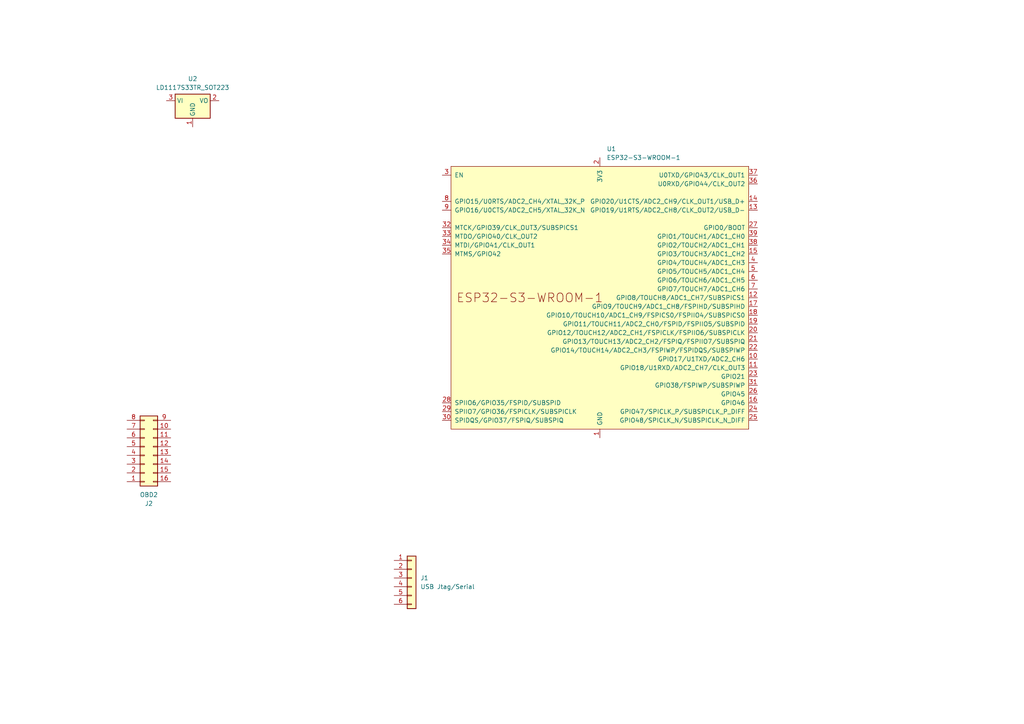
<source format=kicad_sch>
(kicad_sch (version 20230121) (generator eeschema)

  (uuid 9d13dc57-8d5a-4d96-9b60-12090c0392e8)

  (paper "A4")

  (lib_symbols
    (symbol "Connector_Generic:Conn_01x06" (pin_names (offset 1.016) hide) (in_bom yes) (on_board yes)
      (property "Reference" "J" (at 0 7.62 0)
        (effects (font (size 1.27 1.27)))
      )
      (property "Value" "Conn_01x06" (at 0 -10.16 0)
        (effects (font (size 1.27 1.27)))
      )
      (property "Footprint" "" (at 0 0 0)
        (effects (font (size 1.27 1.27)) hide)
      )
      (property "Datasheet" "~" (at 0 0 0)
        (effects (font (size 1.27 1.27)) hide)
      )
      (property "ki_keywords" "connector" (at 0 0 0)
        (effects (font (size 1.27 1.27)) hide)
      )
      (property "ki_description" "Generic connector, single row, 01x06, script generated (kicad-library-utils/schlib/autogen/connector/)" (at 0 0 0)
        (effects (font (size 1.27 1.27)) hide)
      )
      (property "ki_fp_filters" "Connector*:*_1x??_*" (at 0 0 0)
        (effects (font (size 1.27 1.27)) hide)
      )
      (symbol "Conn_01x06_1_1"
        (rectangle (start -1.27 -7.493) (end 0 -7.747)
          (stroke (width 0.1524) (type default))
          (fill (type none))
        )
        (rectangle (start -1.27 -4.953) (end 0 -5.207)
          (stroke (width 0.1524) (type default))
          (fill (type none))
        )
        (rectangle (start -1.27 -2.413) (end 0 -2.667)
          (stroke (width 0.1524) (type default))
          (fill (type none))
        )
        (rectangle (start -1.27 0.127) (end 0 -0.127)
          (stroke (width 0.1524) (type default))
          (fill (type none))
        )
        (rectangle (start -1.27 2.667) (end 0 2.413)
          (stroke (width 0.1524) (type default))
          (fill (type none))
        )
        (rectangle (start -1.27 5.207) (end 0 4.953)
          (stroke (width 0.1524) (type default))
          (fill (type none))
        )
        (rectangle (start -1.27 6.35) (end 1.27 -8.89)
          (stroke (width 0.254) (type default))
          (fill (type background))
        )
        (pin passive line (at -5.08 5.08 0) (length 3.81)
          (name "Pin_1" (effects (font (size 1.27 1.27))))
          (number "1" (effects (font (size 1.27 1.27))))
        )
        (pin passive line (at -5.08 2.54 0) (length 3.81)
          (name "Pin_2" (effects (font (size 1.27 1.27))))
          (number "2" (effects (font (size 1.27 1.27))))
        )
        (pin passive line (at -5.08 0 0) (length 3.81)
          (name "Pin_3" (effects (font (size 1.27 1.27))))
          (number "3" (effects (font (size 1.27 1.27))))
        )
        (pin passive line (at -5.08 -2.54 0) (length 3.81)
          (name "Pin_4" (effects (font (size 1.27 1.27))))
          (number "4" (effects (font (size 1.27 1.27))))
        )
        (pin passive line (at -5.08 -5.08 0) (length 3.81)
          (name "Pin_5" (effects (font (size 1.27 1.27))))
          (number "5" (effects (font (size 1.27 1.27))))
        )
        (pin passive line (at -5.08 -7.62 0) (length 3.81)
          (name "Pin_6" (effects (font (size 1.27 1.27))))
          (number "6" (effects (font (size 1.27 1.27))))
        )
      )
    )
    (symbol "Connector_Generic:Conn_02x08_Counter_Clockwise" (pin_names (offset 1.016) hide) (in_bom yes) (on_board yes)
      (property "Reference" "J" (at 1.27 10.16 0)
        (effects (font (size 1.27 1.27)))
      )
      (property "Value" "Conn_02x08_Counter_Clockwise" (at 1.27 -12.7 0)
        (effects (font (size 1.27 1.27)))
      )
      (property "Footprint" "" (at 0 0 0)
        (effects (font (size 1.27 1.27)) hide)
      )
      (property "Datasheet" "~" (at 0 0 0)
        (effects (font (size 1.27 1.27)) hide)
      )
      (property "ki_keywords" "connector" (at 0 0 0)
        (effects (font (size 1.27 1.27)) hide)
      )
      (property "ki_description" "Generic connector, double row, 02x08, counter clockwise pin numbering scheme (similar to DIP package numbering), script generated (kicad-library-utils/schlib/autogen/connector/)" (at 0 0 0)
        (effects (font (size 1.27 1.27)) hide)
      )
      (property "ki_fp_filters" "Connector*:*_2x??_*" (at 0 0 0)
        (effects (font (size 1.27 1.27)) hide)
      )
      (symbol "Conn_02x08_Counter_Clockwise_1_1"
        (rectangle (start -1.27 -10.033) (end 0 -10.287)
          (stroke (width 0.1524) (type default))
          (fill (type none))
        )
        (rectangle (start -1.27 -7.493) (end 0 -7.747)
          (stroke (width 0.1524) (type default))
          (fill (type none))
        )
        (rectangle (start -1.27 -4.953) (end 0 -5.207)
          (stroke (width 0.1524) (type default))
          (fill (type none))
        )
        (rectangle (start -1.27 -2.413) (end 0 -2.667)
          (stroke (width 0.1524) (type default))
          (fill (type none))
        )
        (rectangle (start -1.27 0.127) (end 0 -0.127)
          (stroke (width 0.1524) (type default))
          (fill (type none))
        )
        (rectangle (start -1.27 2.667) (end 0 2.413)
          (stroke (width 0.1524) (type default))
          (fill (type none))
        )
        (rectangle (start -1.27 5.207) (end 0 4.953)
          (stroke (width 0.1524) (type default))
          (fill (type none))
        )
        (rectangle (start -1.27 7.747) (end 0 7.493)
          (stroke (width 0.1524) (type default))
          (fill (type none))
        )
        (rectangle (start -1.27 8.89) (end 3.81 -11.43)
          (stroke (width 0.254) (type default))
          (fill (type background))
        )
        (rectangle (start 3.81 -10.033) (end 2.54 -10.287)
          (stroke (width 0.1524) (type default))
          (fill (type none))
        )
        (rectangle (start 3.81 -7.493) (end 2.54 -7.747)
          (stroke (width 0.1524) (type default))
          (fill (type none))
        )
        (rectangle (start 3.81 -4.953) (end 2.54 -5.207)
          (stroke (width 0.1524) (type default))
          (fill (type none))
        )
        (rectangle (start 3.81 -2.413) (end 2.54 -2.667)
          (stroke (width 0.1524) (type default))
          (fill (type none))
        )
        (rectangle (start 3.81 0.127) (end 2.54 -0.127)
          (stroke (width 0.1524) (type default))
          (fill (type none))
        )
        (rectangle (start 3.81 2.667) (end 2.54 2.413)
          (stroke (width 0.1524) (type default))
          (fill (type none))
        )
        (rectangle (start 3.81 5.207) (end 2.54 4.953)
          (stroke (width 0.1524) (type default))
          (fill (type none))
        )
        (rectangle (start 3.81 7.747) (end 2.54 7.493)
          (stroke (width 0.1524) (type default))
          (fill (type none))
        )
        (pin passive line (at -5.08 7.62 0) (length 3.81)
          (name "Pin_1" (effects (font (size 1.27 1.27))))
          (number "1" (effects (font (size 1.27 1.27))))
        )
        (pin passive line (at 7.62 -7.62 180) (length 3.81)
          (name "Pin_10" (effects (font (size 1.27 1.27))))
          (number "10" (effects (font (size 1.27 1.27))))
        )
        (pin passive line (at 7.62 -5.08 180) (length 3.81)
          (name "Pin_11" (effects (font (size 1.27 1.27))))
          (number "11" (effects (font (size 1.27 1.27))))
        )
        (pin passive line (at 7.62 -2.54 180) (length 3.81)
          (name "Pin_12" (effects (font (size 1.27 1.27))))
          (number "12" (effects (font (size 1.27 1.27))))
        )
        (pin passive line (at 7.62 0 180) (length 3.81)
          (name "Pin_13" (effects (font (size 1.27 1.27))))
          (number "13" (effects (font (size 1.27 1.27))))
        )
        (pin passive line (at 7.62 2.54 180) (length 3.81)
          (name "Pin_14" (effects (font (size 1.27 1.27))))
          (number "14" (effects (font (size 1.27 1.27))))
        )
        (pin passive line (at 7.62 5.08 180) (length 3.81)
          (name "Pin_15" (effects (font (size 1.27 1.27))))
          (number "15" (effects (font (size 1.27 1.27))))
        )
        (pin passive line (at 7.62 7.62 180) (length 3.81)
          (name "Pin_16" (effects (font (size 1.27 1.27))))
          (number "16" (effects (font (size 1.27 1.27))))
        )
        (pin passive line (at -5.08 5.08 0) (length 3.81)
          (name "Pin_2" (effects (font (size 1.27 1.27))))
          (number "2" (effects (font (size 1.27 1.27))))
        )
        (pin passive line (at -5.08 2.54 0) (length 3.81)
          (name "Pin_3" (effects (font (size 1.27 1.27))))
          (number "3" (effects (font (size 1.27 1.27))))
        )
        (pin passive line (at -5.08 0 0) (length 3.81)
          (name "Pin_4" (effects (font (size 1.27 1.27))))
          (number "4" (effects (font (size 1.27 1.27))))
        )
        (pin passive line (at -5.08 -2.54 0) (length 3.81)
          (name "Pin_5" (effects (font (size 1.27 1.27))))
          (number "5" (effects (font (size 1.27 1.27))))
        )
        (pin passive line (at -5.08 -5.08 0) (length 3.81)
          (name "Pin_6" (effects (font (size 1.27 1.27))))
          (number "6" (effects (font (size 1.27 1.27))))
        )
        (pin passive line (at -5.08 -7.62 0) (length 3.81)
          (name "Pin_7" (effects (font (size 1.27 1.27))))
          (number "7" (effects (font (size 1.27 1.27))))
        )
        (pin passive line (at -5.08 -10.16 0) (length 3.81)
          (name "Pin_8" (effects (font (size 1.27 1.27))))
          (number "8" (effects (font (size 1.27 1.27))))
        )
        (pin passive line (at 7.62 -10.16 180) (length 3.81)
          (name "Pin_9" (effects (font (size 1.27 1.27))))
          (number "9" (effects (font (size 1.27 1.27))))
        )
      )
    )
    (symbol "PCM_Espressif:ESP32-S3-WROOM-1" (pin_names (offset 1.016)) (in_bom yes) (on_board yes)
      (property "Reference" "U" (at -43.18 43.18 0)
        (effects (font (size 1.27 1.27)) (justify left))
      )
      (property "Value" "ESP32-S3-WROOM-1" (at -43.18 40.64 0)
        (effects (font (size 1.27 1.27)) (justify left))
      )
      (property "Footprint" "Espressif:ESP32-S3-WROOM-1" (at 2.54 -48.26 0)
        (effects (font (size 1.27 1.27)) hide)
      )
      (property "Datasheet" "https://www.espressif.com/sites/default/files/documentation/esp32-s3-wroom-1_wroom-1u_datasheet_en.pdf" (at 2.54 -50.8 0)
        (effects (font (size 1.27 1.27)) hide)
      )
      (property "ki_description" "2.4 GHz WiFi (802.11 b/g/n) and Bluetooth ® 5 (LE) module Built around ESP32S3 series of SoCs, Xtensa ® dualcore 32bit LX7 microprocessor Flash up to 16 MB, PSRAM up to 8 MB 36 GPIOs, rich set of peripherals Onboard PCB antenna" (at 0 0 0)
        (effects (font (size 1.27 1.27)) hide)
      )
      (symbol "ESP32-S3-WROOM-1_0_0"
        (text "ESP32-S3-WROOM-1" (at -20.32 0 0)
          (effects (font (size 2.54 2.54)))
        )
        (pin power_in line (at 0 -40.64 90) (length 2.54)
          (name "GND" (effects (font (size 1.27 1.27))))
          (number "1" (effects (font (size 1.27 1.27))))
        )
        (pin bidirectional line (at 45.72 -17.78 180) (length 2.54)
          (name "GPIO17/U1TXD/ADC2_CH6" (effects (font (size 1.27 1.27))))
          (number "10" (effects (font (size 1.27 1.27))))
        )
        (pin bidirectional line (at 45.72 -20.32 180) (length 2.54)
          (name "GPIO18/U1RXD/ADC2_CH7/CLK_OUT3" (effects (font (size 1.27 1.27))))
          (number "11" (effects (font (size 1.27 1.27))))
        )
        (pin bidirectional line (at 45.72 0 180) (length 2.54)
          (name "GPIO8/TOUCH8/ADC1_CH7/SUBSPICS1" (effects (font (size 1.27 1.27))))
          (number "12" (effects (font (size 1.27 1.27))))
        )
        (pin bidirectional line (at 45.72 25.4 180) (length 2.54)
          (name "GPIO19/U1RTS/ADC2_CH8/CLK_OUT2/USB_D-" (effects (font (size 1.27 1.27))))
          (number "13" (effects (font (size 1.27 1.27))))
        )
        (pin bidirectional line (at 45.72 27.94 180) (length 2.54)
          (name "GPIO20/U1CTS/ADC2_CH9/CLK_OUT1/USB_D+" (effects (font (size 1.27 1.27))))
          (number "14" (effects (font (size 1.27 1.27))))
        )
        (pin bidirectional line (at 45.72 12.7 180) (length 2.54)
          (name "GPIO3/TOUCH3/ADC1_CH2" (effects (font (size 1.27 1.27))))
          (number "15" (effects (font (size 1.27 1.27))))
        )
        (pin bidirectional line (at 45.72 -30.48 180) (length 2.54)
          (name "GPIO46" (effects (font (size 1.27 1.27))))
          (number "16" (effects (font (size 1.27 1.27))))
        )
        (pin bidirectional line (at 45.72 -2.54 180) (length 2.54)
          (name "GPIO9/TOUCH9/ADC1_CH8/FSPIHD/SUBSPIHD" (effects (font (size 1.27 1.27))))
          (number "17" (effects (font (size 1.27 1.27))))
        )
        (pin bidirectional line (at 45.72 -5.08 180) (length 2.54)
          (name "GPIO10/TOUCH10/ADC1_CH9/FSPICS0/FSPIIO4/SUBSPICS0" (effects (font (size 1.27 1.27))))
          (number "18" (effects (font (size 1.27 1.27))))
        )
        (pin bidirectional line (at 45.72 -7.62 180) (length 2.54)
          (name "GPIO11/TOUCH11/ADC2_CH0/FSPID/FSPIIO5/SUBSPID" (effects (font (size 1.27 1.27))))
          (number "19" (effects (font (size 1.27 1.27))))
        )
        (pin power_in line (at 0 40.64 270) (length 2.54)
          (name "3V3" (effects (font (size 1.27 1.27))))
          (number "2" (effects (font (size 1.27 1.27))))
        )
        (pin bidirectional line (at 45.72 -10.16 180) (length 2.54)
          (name "GPIO12/TOUCH12/ADC2_CH1/FSPICLK/FSPIIO6/SUBSPICLK" (effects (font (size 1.27 1.27))))
          (number "20" (effects (font (size 1.27 1.27))))
        )
        (pin bidirectional line (at 45.72 -12.7 180) (length 2.54)
          (name "GPIO13/TOUCH13/ADC2_CH2/FSPIQ/FSPIIO7/SUBSPIQ" (effects (font (size 1.27 1.27))))
          (number "21" (effects (font (size 1.27 1.27))))
        )
        (pin bidirectional line (at 45.72 -15.24 180) (length 2.54)
          (name "GPIO14/TOUCH14/ADC2_CH3/FSPIWP/FSPIDQS/SUBSPIWP" (effects (font (size 1.27 1.27))))
          (number "22" (effects (font (size 1.27 1.27))))
        )
        (pin bidirectional line (at 45.72 -22.86 180) (length 2.54)
          (name "GPIO21" (effects (font (size 1.27 1.27))))
          (number "23" (effects (font (size 1.27 1.27))))
        )
        (pin bidirectional line (at 45.72 -33.02 180) (length 2.54)
          (name "GPIO47/SPICLK_P/SUBSPICLK_P_DIFF" (effects (font (size 1.27 1.27))))
          (number "24" (effects (font (size 1.27 1.27))))
        )
        (pin bidirectional line (at 45.72 -35.56 180) (length 2.54)
          (name "GPIO48/SPICLK_N/SUBSPICLK_N_DIFF" (effects (font (size 1.27 1.27))))
          (number "25" (effects (font (size 1.27 1.27))))
        )
        (pin bidirectional line (at 45.72 -27.94 180) (length 2.54)
          (name "GPIO45" (effects (font (size 1.27 1.27))))
          (number "26" (effects (font (size 1.27 1.27))))
        )
        (pin bidirectional line (at 45.72 20.32 180) (length 2.54)
          (name "GPIO0/BOOT" (effects (font (size 1.27 1.27))))
          (number "27" (effects (font (size 1.27 1.27))))
        )
        (pin bidirectional line (at -45.72 -30.48 0) (length 2.54)
          (name "SPIIO6/GPIO35/FSPID/SUBSPID" (effects (font (size 1.27 1.27))))
          (number "28" (effects (font (size 1.27 1.27))))
        )
        (pin bidirectional line (at -45.72 -33.02 0) (length 2.54)
          (name "SPIIO7/GPIO36/FSPICLK/SUBSPICLK" (effects (font (size 1.27 1.27))))
          (number "29" (effects (font (size 1.27 1.27))))
        )
        (pin input line (at -45.72 35.56 0) (length 2.54)
          (name "EN" (effects (font (size 1.27 1.27))))
          (number "3" (effects (font (size 1.27 1.27))))
        )
        (pin bidirectional line (at -45.72 -35.56 0) (length 2.54)
          (name "SPIDQS/GPIO37/FSPIQ/SUBSPIQ" (effects (font (size 1.27 1.27))))
          (number "30" (effects (font (size 1.27 1.27))))
        )
        (pin bidirectional line (at 45.72 -25.4 180) (length 2.54)
          (name "GPIO38/FSPIWP/SUBSPIWP" (effects (font (size 1.27 1.27))))
          (number "31" (effects (font (size 1.27 1.27))))
        )
        (pin bidirectional line (at -45.72 20.32 0) (length 2.54)
          (name "MTCK/GPIO39/CLK_OUT3/SUBSPICS1" (effects (font (size 1.27 1.27))))
          (number "32" (effects (font (size 1.27 1.27))))
        )
        (pin bidirectional line (at -45.72 17.78 0) (length 2.54)
          (name "MTDO/GPIO40/CLK_OUT2" (effects (font (size 1.27 1.27))))
          (number "33" (effects (font (size 1.27 1.27))))
        )
        (pin bidirectional line (at -45.72 15.24 0) (length 2.54)
          (name "MTDI/GPIO41/CLK_OUT1" (effects (font (size 1.27 1.27))))
          (number "34" (effects (font (size 1.27 1.27))))
        )
        (pin bidirectional line (at -45.72 12.7 0) (length 2.54)
          (name "MTMS/GPIO42" (effects (font (size 1.27 1.27))))
          (number "35" (effects (font (size 1.27 1.27))))
        )
        (pin bidirectional line (at 45.72 33.02 180) (length 2.54)
          (name "U0RXD/GPIO44/CLK_OUT2" (effects (font (size 1.27 1.27))))
          (number "36" (effects (font (size 1.27 1.27))))
        )
        (pin bidirectional line (at 45.72 35.56 180) (length 2.54)
          (name "U0TXD/GPIO43/CLK_OUT1" (effects (font (size 1.27 1.27))))
          (number "37" (effects (font (size 1.27 1.27))))
        )
        (pin bidirectional line (at 45.72 15.24 180) (length 2.54)
          (name "GPIO2/TOUCH2/ADC1_CH1" (effects (font (size 1.27 1.27))))
          (number "38" (effects (font (size 1.27 1.27))))
        )
        (pin bidirectional line (at 45.72 17.78 180) (length 2.54)
          (name "GPIO1/TOUCH1/ADC1_CH0" (effects (font (size 1.27 1.27))))
          (number "39" (effects (font (size 1.27 1.27))))
        )
        (pin bidirectional line (at 45.72 10.16 180) (length 2.54)
          (name "GPIO4/TOUCH4/ADC1_CH3" (effects (font (size 1.27 1.27))))
          (number "4" (effects (font (size 1.27 1.27))))
        )
        (pin passive line (at 0 -40.64 90) (length 2.54) hide
          (name "GND" (effects (font (size 1.27 1.27))))
          (number "40" (effects (font (size 1.27 1.27))))
        )
        (pin passive line (at 0 -40.64 90) (length 2.54) hide
          (name "GND" (effects (font (size 1.27 1.27))))
          (number "41" (effects (font (size 1.27 1.27))))
        )
        (pin bidirectional line (at 45.72 7.62 180) (length 2.54)
          (name "GPIO5/TOUCH5/ADC1_CH4" (effects (font (size 1.27 1.27))))
          (number "5" (effects (font (size 1.27 1.27))))
        )
        (pin bidirectional line (at 45.72 5.08 180) (length 2.54)
          (name "GPIO6/TOUCH6/ADC1_CH5" (effects (font (size 1.27 1.27))))
          (number "6" (effects (font (size 1.27 1.27))))
        )
        (pin bidirectional line (at 45.72 2.54 180) (length 2.54)
          (name "GPIO7/TOUCH7/ADC1_CH6" (effects (font (size 1.27 1.27))))
          (number "7" (effects (font (size 1.27 1.27))))
        )
        (pin bidirectional line (at -45.72 27.94 0) (length 2.54)
          (name "GPIO15/U0RTS/ADC2_CH4/XTAL_32K_P" (effects (font (size 1.27 1.27))))
          (number "8" (effects (font (size 1.27 1.27))))
        )
        (pin bidirectional line (at -45.72 25.4 0) (length 2.54)
          (name "GPIO16/U0CTS/ADC2_CH5/XTAL_32K_N" (effects (font (size 1.27 1.27))))
          (number "9" (effects (font (size 1.27 1.27))))
        )
      )
      (symbol "ESP32-S3-WROOM-1_0_1"
        (rectangle (start -43.18 38.1) (end 43.18 -38.1)
          (stroke (width 0) (type default))
          (fill (type background))
        )
      )
    )
    (symbol "Regulator_Linear:LD1117S33TR_SOT223" (in_bom yes) (on_board yes)
      (property "Reference" "U" (at -3.81 3.175 0)
        (effects (font (size 1.27 1.27)))
      )
      (property "Value" "LD1117S33TR_SOT223" (at 0 3.175 0)
        (effects (font (size 1.27 1.27)) (justify left))
      )
      (property "Footprint" "Package_TO_SOT_SMD:SOT-223-3_TabPin2" (at 0 5.08 0)
        (effects (font (size 1.27 1.27)) hide)
      )
      (property "Datasheet" "http://www.st.com/st-web-ui/static/active/en/resource/technical/document/datasheet/CD00000544.pdf" (at 2.54 -6.35 0)
        (effects (font (size 1.27 1.27)) hide)
      )
      (property "ki_keywords" "REGULATOR LDO 3.3V" (at 0 0 0)
        (effects (font (size 1.27 1.27)) hide)
      )
      (property "ki_description" "800mA Fixed Low Drop Positive Voltage Regulator, Fixed Output 3.3V, SOT-223" (at 0 0 0)
        (effects (font (size 1.27 1.27)) hide)
      )
      (property "ki_fp_filters" "SOT?223*TabPin2*" (at 0 0 0)
        (effects (font (size 1.27 1.27)) hide)
      )
      (symbol "LD1117S33TR_SOT223_0_1"
        (rectangle (start -5.08 -5.08) (end 5.08 1.905)
          (stroke (width 0.254) (type default))
          (fill (type background))
        )
      )
      (symbol "LD1117S33TR_SOT223_1_1"
        (pin power_in line (at 0 -7.62 90) (length 2.54)
          (name "GND" (effects (font (size 1.27 1.27))))
          (number "1" (effects (font (size 1.27 1.27))))
        )
        (pin power_out line (at 7.62 0 180) (length 2.54)
          (name "VO" (effects (font (size 1.27 1.27))))
          (number "2" (effects (font (size 1.27 1.27))))
        )
        (pin power_in line (at -7.62 0 0) (length 2.54)
          (name "VI" (effects (font (size 1.27 1.27))))
          (number "3" (effects (font (size 1.27 1.27))))
        )
      )
    )
  )


  (symbol (lib_id "Connector_Generic:Conn_02x08_Counter_Clockwise") (at 41.91 132.08 0) (mirror x) (unit 1)
    (in_bom yes) (on_board yes) (dnp no)
    (uuid 6ae5aeb1-43e2-47fb-8703-3d46c9070424)
    (property "Reference" "J2" (at 43.18 146.05 0)
      (effects (font (size 1.27 1.27)))
    )
    (property "Value" "OBD2" (at 43.18 143.51 0)
      (effects (font (size 1.27 1.27)))
    )
    (property "Footprint" "" (at 41.91 132.08 0)
      (effects (font (size 1.27 1.27)) hide)
    )
    (property "Datasheet" "~" (at 41.91 132.08 0)
      (effects (font (size 1.27 1.27)) hide)
    )
    (pin "1" (uuid 9b156c5c-93ab-4af0-8827-5f9d4a2ab33d))
    (pin "10" (uuid e0c9e17d-f4c8-46b5-ad9f-68889c71f36e))
    (pin "11" (uuid 092fb14f-20df-41c8-913e-7ebfe900d974))
    (pin "12" (uuid cf712c45-51ca-43f1-be80-b7d0fe1ee5cf))
    (pin "13" (uuid 22a94fe6-29d1-462e-b4ce-c97287b58e8a))
    (pin "14" (uuid 25ac2c13-cae0-404f-9a5c-8d8e47ad7051))
    (pin "15" (uuid c3dd9763-f2d6-4540-a389-2b4477bf34cd))
    (pin "16" (uuid 71be8971-6b27-415b-96fc-43f3200c6b93))
    (pin "2" (uuid 675ece87-9670-4512-939c-2486482e3188))
    (pin "3" (uuid 4d464186-9f47-45f0-ae7a-2abaccb0eed8))
    (pin "4" (uuid a708aeed-499c-4720-b552-4a373ec78874))
    (pin "5" (uuid d79d1eed-4379-48ed-98ec-d5c3ba353c32))
    (pin "6" (uuid 79cd532e-fc57-475d-a2f3-522184558fea))
    (pin "7" (uuid 262b86ac-fda5-40b8-be46-ac00da0d0e2a))
    (pin "8" (uuid fdc6e4e6-25f8-4554-bcdf-bbbfc9c25044))
    (pin "9" (uuid 4d690b57-f9f4-46ed-8e1d-b5e1d31ebc5e))
    (instances
      (project "Bluetooth-OBD2"
        (path "/9d13dc57-8d5a-4d96-9b60-12090c0392e8"
          (reference "J2") (unit 1)
        )
      )
    )
  )

  (symbol (lib_id "PCM_Espressif:ESP32-S3-WROOM-1") (at 173.99 86.36 0) (unit 1)
    (in_bom yes) (on_board yes) (dnp no) (fields_autoplaced)
    (uuid b2332334-7d91-4029-8c42-5df772fb8a58)
    (property "Reference" "U1" (at 175.9459 43.18 0)
      (effects (font (size 1.27 1.27)) (justify left))
    )
    (property "Value" "ESP32-S3-WROOM-1" (at 175.9459 45.72 0)
      (effects (font (size 1.27 1.27)) (justify left))
    )
    (property "Footprint" "Espressif:ESP32-S3-WROOM-1" (at 176.53 134.62 0)
      (effects (font (size 1.27 1.27)) hide)
    )
    (property "Datasheet" "https://www.espressif.com/sites/default/files/documentation/esp32-s3-wroom-1_wroom-1u_datasheet_en.pdf" (at 176.53 137.16 0)
      (effects (font (size 1.27 1.27)) hide)
    )
    (pin "1" (uuid 57d28d60-3381-4b6f-9026-504fd757c91b))
    (pin "10" (uuid 517e9a9f-8db2-482a-878e-e2025710937b))
    (pin "11" (uuid 4670d5f7-ba60-4678-92c9-0387ecce047d))
    (pin "12" (uuid 90754c32-9284-4f16-a7e1-ec3b57f86082))
    (pin "13" (uuid 42a59d95-5a59-4c29-a38f-bf77c78d89c0))
    (pin "14" (uuid 8fed5acb-2493-443e-ac6a-501eda40a758))
    (pin "15" (uuid ad4ea70b-7987-4562-8205-24ce369bb8b3))
    (pin "16" (uuid 93fd9edf-aad8-452f-b774-e3919f6f84c1))
    (pin "17" (uuid 7e9e7b79-c769-4341-b007-af2e619a7645))
    (pin "18" (uuid f1215d6f-1e05-41aa-aa7b-58fd43d32f9e))
    (pin "19" (uuid e1cbff97-4ffa-42f2-8228-fc6d536d1144))
    (pin "2" (uuid 4ae15546-4287-4dec-8e80-62817933fc4e))
    (pin "20" (uuid 67198466-a124-4481-9d1b-bd49b112af71))
    (pin "21" (uuid acbea962-7bcf-4243-8807-f3502473ce17))
    (pin "22" (uuid 2b387ff9-2789-4d64-b273-53a32af6b820))
    (pin "23" (uuid 80cff8cf-9f42-48cc-a146-fe88600f88ab))
    (pin "24" (uuid d1abbb54-4768-4c0a-b2c1-660aecdaa960))
    (pin "25" (uuid 0dbb6836-f281-4610-b073-59d1a81dcee6))
    (pin "26" (uuid bd8938a9-7529-4ede-bb4e-942310cf1277))
    (pin "27" (uuid e8e7dea2-db57-444e-8672-aa0525901fb2))
    (pin "28" (uuid c5fafeea-ced8-4d6b-ab7b-7a0eb0abaedf))
    (pin "29" (uuid dfa761db-118f-4fca-9a09-559f5327ff18))
    (pin "3" (uuid f6e935bc-cd01-4ce1-bb55-b839829333fe))
    (pin "30" (uuid f44ed5c0-051b-4799-9b8d-4b3a391a5428))
    (pin "31" (uuid 6d8fe4ff-f9fe-4fbf-895b-f7afef33a3ac))
    (pin "32" (uuid 90804142-9945-4715-85dc-7bf67f6e4b67))
    (pin "33" (uuid 19613a43-efe2-43c0-bfa7-3138d939b59a))
    (pin "34" (uuid 27954dde-2475-4ab8-a45e-dd4ff2810ec9))
    (pin "35" (uuid 1fdeaaaa-ae00-4477-a7b3-59c3ddcda960))
    (pin "36" (uuid 268ee96a-919a-4774-9b09-61e0b4b47f5d))
    (pin "37" (uuid b40c4603-3d19-4be9-a5c2-1c2c7671fba0))
    (pin "38" (uuid 10285873-5f7b-4c12-9a99-3c13cd93820c))
    (pin "39" (uuid 1162796f-ae4d-4078-822f-70b96650ffcd))
    (pin "4" (uuid f3f70a75-3606-475e-97fa-52238682fff5))
    (pin "40" (uuid bbd5db57-3083-4af6-a6c4-11d4bf1fae3b))
    (pin "41" (uuid 84f13bff-8722-45b3-9318-504bdf1fa0a4))
    (pin "5" (uuid 99e62330-d437-45d1-b0f1-153cea2ecc9d))
    (pin "6" (uuid bdeff08b-421b-4ed9-9805-f194ef7b6490))
    (pin "7" (uuid 6373b0ec-b0a2-48a8-bb9e-c359c91fb071))
    (pin "8" (uuid f29f5a11-9b24-4743-b1b1-82c43aaeecfb))
    (pin "9" (uuid f05c8ab8-0372-4d53-80fa-1941279e9ccc))
    (instances
      (project "Bluetooth-OBD2"
        (path "/9d13dc57-8d5a-4d96-9b60-12090c0392e8"
          (reference "U1") (unit 1)
        )
      )
    )
  )

  (symbol (lib_id "Connector_Generic:Conn_01x06") (at 119.38 167.64 0) (unit 1)
    (in_bom yes) (on_board yes) (dnp no) (fields_autoplaced)
    (uuid b5009598-c820-45ba-a719-76ba5a1b8ec6)
    (property "Reference" "J1" (at 121.92 167.64 0)
      (effects (font (size 1.27 1.27)) (justify left))
    )
    (property "Value" "USB Jtag/Serial" (at 121.92 170.18 0)
      (effects (font (size 1.27 1.27)) (justify left))
    )
    (property "Footprint" "" (at 119.38 167.64 0)
      (effects (font (size 1.27 1.27)) hide)
    )
    (property "Datasheet" "~" (at 119.38 167.64 0)
      (effects (font (size 1.27 1.27)) hide)
    )
    (pin "1" (uuid cf644b0d-4a8e-4ffe-987f-6fbdd22a5a98))
    (pin "2" (uuid a2773276-c41d-4191-8d45-94de35517bef))
    (pin "3" (uuid 9e3fdf3a-e95a-4f46-ba6c-23f09d00c38a))
    (pin "4" (uuid 5c0ae6d3-7240-47f6-bdac-30e63164f89e))
    (pin "5" (uuid 91f73ffd-b0a3-4c7c-9840-f35026a7e7bb))
    (pin "6" (uuid 76d408a2-ff1d-44c8-8211-837346391812))
    (instances
      (project "Bluetooth-OBD2"
        (path "/9d13dc57-8d5a-4d96-9b60-12090c0392e8"
          (reference "J1") (unit 1)
        )
      )
    )
  )

  (symbol (lib_id "Regulator_Linear:LD1117S33TR_SOT223") (at 55.88 29.21 0) (unit 1)
    (in_bom yes) (on_board yes) (dnp no) (fields_autoplaced)
    (uuid f043e4e2-cca3-4a48-8235-9ad5bee6fbbd)
    (property "Reference" "U2" (at 55.88 22.86 0)
      (effects (font (size 1.27 1.27)))
    )
    (property "Value" "LD1117S33TR_SOT223" (at 55.88 25.4 0)
      (effects (font (size 1.27 1.27)))
    )
    (property "Footprint" "Package_TO_SOT_SMD:SOT-223-3_TabPin2" (at 55.88 24.13 0)
      (effects (font (size 1.27 1.27)) hide)
    )
    (property "Datasheet" "http://www.st.com/st-web-ui/static/active/en/resource/technical/document/datasheet/CD00000544.pdf" (at 58.42 35.56 0)
      (effects (font (size 1.27 1.27)) hide)
    )
    (pin "1" (uuid ea0278dd-0598-472b-853c-17a15a2ef3fe))
    (pin "2" (uuid 87f35460-1bd8-4632-99d8-ed7858b3a9e3))
    (pin "3" (uuid e5645ffc-bc48-4d0f-a708-e2a3b0a9a1f2))
    (instances
      (project "Bluetooth-OBD2"
        (path "/9d13dc57-8d5a-4d96-9b60-12090c0392e8"
          (reference "U2") (unit 1)
        )
      )
    )
  )

  (sheet_instances
    (path "/" (page "1"))
  )
)

</source>
